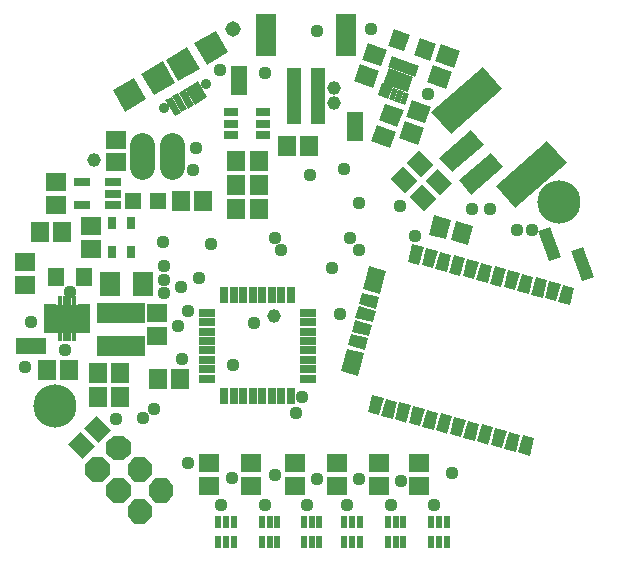
<source format=gts>
G75*
%MOIN*%
%OFA0B0*%
%FSLAX25Y25*%
%IPPOS*%
%LPD*%
%AMOC8*
5,1,8,0,0,1.08239X$1,22.5*
%
%ADD10C,0.14400*%
%ADD11R,0.06706X0.05918*%
%ADD12R,0.05918X0.06706*%
%ADD13C,0.01640*%
%ADD14R,0.05524X0.02965*%
%ADD15R,0.03950X0.05918*%
%ADD16R,0.08280X0.08280*%
%ADD17R,0.02375X0.06115*%
%ADD18C,0.03556*%
%ADD19R,0.05800X0.03000*%
%ADD20R,0.03000X0.05800*%
%ADD21R,0.05524X0.05524*%
%ADD22R,0.10643X0.04304*%
%ADD23R,0.14186X0.06312*%
%ADD24R,0.22847X0.09855*%
%ADD25R,0.04737X0.18910*%
%ADD26R,0.07099X0.14186*%
%ADD27R,0.05918X0.05721*%
%ADD28R,0.07887X0.07099*%
%ADD29R,0.03162X0.03950*%
%ADD30C,0.08200*%
%ADD31R,0.05131X0.03162*%
%ADD32R,0.03950X0.01902*%
%ADD33R,0.05524X0.08674*%
%ADD34R,0.05800X0.03300*%
%ADD35R,0.04146X0.01902*%
%ADD36R,0.07493X0.09265*%
%ADD37R,0.01784X0.03950*%
%ADD38R,0.07099X0.07887*%
%ADD39R,0.05721X0.05918*%
%ADD40R,0.03300X0.05800*%
%ADD41R,0.02178X0.03950*%
%ADD42C,0.04369*%
%ADD43C,0.05156*%
%ADD44C,0.04565*%
D10*
X0018200Y0067800D03*
X0186200Y0135800D03*
D11*
X0139700Y0048540D03*
X0139700Y0041060D03*
X0126200Y0041060D03*
X0126200Y0048540D03*
X0112200Y0048540D03*
X0112200Y0041060D03*
X0098200Y0041060D03*
X0098200Y0048540D03*
X0083700Y0048540D03*
X0083700Y0041060D03*
X0069700Y0041060D03*
X0069700Y0048540D03*
X0052200Y0091060D03*
X0052200Y0098540D03*
X0030200Y0120060D03*
X0030200Y0127540D03*
X0018444Y0134761D03*
X0018444Y0142241D03*
X0038417Y0148863D03*
X0038417Y0156343D03*
X0008200Y0115540D03*
X0008200Y0108060D03*
D12*
X0013161Y0125556D03*
X0020641Y0125556D03*
X0060204Y0136001D03*
X0067684Y0136001D03*
X0078710Y0133300D03*
X0086190Y0133300D03*
X0086190Y0141300D03*
X0078710Y0141300D03*
X0078710Y0149300D03*
X0086190Y0149300D03*
X0095460Y0154300D03*
X0102940Y0154300D03*
G36*
X0123509Y0155902D02*
X0125533Y0161462D01*
X0131833Y0159168D01*
X0129809Y0153608D01*
X0123509Y0155902D01*
G37*
G36*
X0126067Y0162932D02*
X0128091Y0168492D01*
X0134391Y0166198D01*
X0132367Y0160638D01*
X0126067Y0162932D01*
G37*
G36*
X0132759Y0157152D02*
X0134783Y0162712D01*
X0141083Y0160418D01*
X0139059Y0154858D01*
X0132759Y0157152D01*
G37*
G36*
X0135317Y0164182D02*
X0137341Y0169742D01*
X0143641Y0167448D01*
X0141617Y0161888D01*
X0135317Y0164182D01*
G37*
G36*
X0150583Y0178918D02*
X0148559Y0173358D01*
X0142259Y0175652D01*
X0144283Y0181212D01*
X0150583Y0178918D01*
G37*
G36*
X0153141Y0185948D02*
X0151117Y0180388D01*
X0144817Y0182682D01*
X0146841Y0188242D01*
X0153141Y0185948D01*
G37*
G36*
X0120567Y0183182D02*
X0122591Y0188742D01*
X0128891Y0186448D01*
X0126867Y0180888D01*
X0120567Y0183182D01*
G37*
G36*
X0118009Y0176152D02*
X0120033Y0181712D01*
X0126333Y0179418D01*
X0124309Y0173858D01*
X0118009Y0176152D01*
G37*
G36*
X0135366Y0148675D02*
X0139551Y0152860D01*
X0144292Y0148119D01*
X0140107Y0143934D01*
X0135366Y0148675D01*
G37*
G36*
X0130077Y0143386D02*
X0134262Y0147571D01*
X0139003Y0142830D01*
X0134818Y0138645D01*
X0130077Y0143386D01*
G37*
G36*
X0136395Y0137374D02*
X0140580Y0141559D01*
X0145321Y0136818D01*
X0141136Y0132633D01*
X0136395Y0137374D01*
G37*
G36*
X0141685Y0142664D02*
X0145870Y0146849D01*
X0150611Y0142108D01*
X0146426Y0137923D01*
X0141685Y0142664D01*
G37*
G36*
X0148577Y0123264D02*
X0142862Y0124796D01*
X0144597Y0131272D01*
X0150312Y0129740D01*
X0148577Y0123264D01*
G37*
G36*
X0155803Y0121328D02*
X0150088Y0122860D01*
X0151823Y0129336D01*
X0157538Y0127804D01*
X0155803Y0121328D01*
G37*
X0059940Y0076800D03*
X0052460Y0076800D03*
X0039940Y0078800D03*
X0032460Y0078800D03*
X0032460Y0070800D03*
X0039940Y0070800D03*
G36*
X0036808Y0059667D02*
X0032623Y0055482D01*
X0027882Y0060223D01*
X0032067Y0064408D01*
X0036808Y0059667D01*
G37*
G36*
X0031518Y0054377D02*
X0027333Y0050192D01*
X0022592Y0054933D01*
X0026777Y0059118D01*
X0031518Y0054377D01*
G37*
X0022940Y0079800D03*
X0015460Y0079800D03*
D13*
X0039810Y0037270D02*
X0040630Y0036450D01*
X0037912Y0036450D01*
X0035992Y0038370D01*
X0035992Y0041088D01*
X0037912Y0043008D01*
X0040630Y0043008D01*
X0042550Y0041088D01*
X0042550Y0038370D01*
X0040630Y0036450D01*
X0040120Y0037680D01*
X0038422Y0037680D01*
X0037222Y0038880D01*
X0037222Y0040578D01*
X0038422Y0041778D01*
X0040120Y0041778D01*
X0041320Y0040578D01*
X0041320Y0038880D01*
X0040120Y0037680D01*
X0039611Y0038910D01*
X0038931Y0038910D01*
X0038452Y0039389D01*
X0038452Y0040069D01*
X0038931Y0040548D01*
X0039611Y0040548D01*
X0040090Y0040069D01*
X0040090Y0039389D01*
X0039611Y0038910D01*
X0046881Y0030199D02*
X0047701Y0029379D01*
X0044983Y0029379D01*
X0043063Y0031299D01*
X0043063Y0034017D01*
X0044983Y0035937D01*
X0047701Y0035937D01*
X0049621Y0034017D01*
X0049621Y0031299D01*
X0047701Y0029379D01*
X0047191Y0030609D01*
X0045493Y0030609D01*
X0044293Y0031809D01*
X0044293Y0033507D01*
X0045493Y0034707D01*
X0047191Y0034707D01*
X0048391Y0033507D01*
X0048391Y0031809D01*
X0047191Y0030609D01*
X0046682Y0031839D01*
X0046002Y0031839D01*
X0045523Y0032318D01*
X0045523Y0032998D01*
X0046002Y0033477D01*
X0046682Y0033477D01*
X0047161Y0032998D01*
X0047161Y0032318D01*
X0046682Y0031839D01*
X0053952Y0037270D02*
X0054772Y0036450D01*
X0052054Y0036450D01*
X0050134Y0038370D01*
X0050134Y0041088D01*
X0052054Y0043008D01*
X0054772Y0043008D01*
X0056692Y0041088D01*
X0056692Y0038370D01*
X0054772Y0036450D01*
X0054262Y0037680D01*
X0052564Y0037680D01*
X0051364Y0038880D01*
X0051364Y0040578D01*
X0052564Y0041778D01*
X0054262Y0041778D01*
X0055462Y0040578D01*
X0055462Y0038880D01*
X0054262Y0037680D01*
X0053753Y0038910D01*
X0053073Y0038910D01*
X0052594Y0039389D01*
X0052594Y0040069D01*
X0053073Y0040548D01*
X0053753Y0040548D01*
X0054232Y0040069D01*
X0054232Y0039389D01*
X0053753Y0038910D01*
X0046881Y0044341D02*
X0047701Y0043521D01*
X0044983Y0043521D01*
X0043063Y0045441D01*
X0043063Y0048159D01*
X0044983Y0050079D01*
X0047701Y0050079D01*
X0049621Y0048159D01*
X0049621Y0045441D01*
X0047701Y0043521D01*
X0047191Y0044751D01*
X0045493Y0044751D01*
X0044293Y0045951D01*
X0044293Y0047649D01*
X0045493Y0048849D01*
X0047191Y0048849D01*
X0048391Y0047649D01*
X0048391Y0045951D01*
X0047191Y0044751D01*
X0046682Y0045981D01*
X0046002Y0045981D01*
X0045523Y0046460D01*
X0045523Y0047140D01*
X0046002Y0047619D01*
X0046682Y0047619D01*
X0047161Y0047140D01*
X0047161Y0046460D01*
X0046682Y0045981D01*
X0039810Y0051412D02*
X0040630Y0050592D01*
X0037912Y0050592D01*
X0035992Y0052512D01*
X0035992Y0055230D01*
X0037912Y0057150D01*
X0040630Y0057150D01*
X0042550Y0055230D01*
X0042550Y0052512D01*
X0040630Y0050592D01*
X0040120Y0051822D01*
X0038422Y0051822D01*
X0037222Y0053022D01*
X0037222Y0054720D01*
X0038422Y0055920D01*
X0040120Y0055920D01*
X0041320Y0054720D01*
X0041320Y0053022D01*
X0040120Y0051822D01*
X0039611Y0053052D01*
X0038931Y0053052D01*
X0038452Y0053531D01*
X0038452Y0054211D01*
X0038931Y0054690D01*
X0039611Y0054690D01*
X0040090Y0054211D01*
X0040090Y0053531D01*
X0039611Y0053052D01*
X0032739Y0044341D02*
X0033559Y0043521D01*
X0030841Y0043521D01*
X0028921Y0045441D01*
X0028921Y0048159D01*
X0030841Y0050079D01*
X0033559Y0050079D01*
X0035479Y0048159D01*
X0035479Y0045441D01*
X0033559Y0043521D01*
X0033049Y0044751D01*
X0031351Y0044751D01*
X0030151Y0045951D01*
X0030151Y0047649D01*
X0031351Y0048849D01*
X0033049Y0048849D01*
X0034249Y0047649D01*
X0034249Y0045951D01*
X0033049Y0044751D01*
X0032540Y0045981D01*
X0031860Y0045981D01*
X0031381Y0046460D01*
X0031381Y0047140D01*
X0031860Y0047619D01*
X0032540Y0047619D01*
X0033019Y0047140D01*
X0033019Y0046460D01*
X0032540Y0045981D01*
D14*
X0037563Y0134761D03*
X0037563Y0138501D03*
X0037563Y0142241D03*
X0027326Y0142241D03*
X0027326Y0134761D03*
D15*
G36*
X0114615Y0083015D02*
X0115637Y0086829D01*
X0121353Y0085297D01*
X0120331Y0081483D01*
X0114615Y0083015D01*
G37*
G36*
X0113596Y0079212D02*
X0114618Y0083026D01*
X0120334Y0081494D01*
X0119312Y0077680D01*
X0113596Y0079212D01*
G37*
G36*
X0115940Y0087959D02*
X0116962Y0091773D01*
X0122678Y0090241D01*
X0121656Y0086427D01*
X0115940Y0087959D01*
G37*
G36*
X0117163Y0092522D02*
X0118185Y0096336D01*
X0123901Y0094804D01*
X0122879Y0090990D01*
X0117163Y0092522D01*
G37*
G36*
X0118386Y0097085D02*
X0119408Y0100899D01*
X0125124Y0099367D01*
X0124102Y0095553D01*
X0118386Y0097085D01*
G37*
G36*
X0119608Y0101649D02*
X0120630Y0105463D01*
X0126346Y0103931D01*
X0125324Y0100117D01*
X0119608Y0101649D01*
G37*
G36*
X0120933Y0106593D02*
X0121955Y0110407D01*
X0127671Y0108875D01*
X0126649Y0105061D01*
X0120933Y0106593D01*
G37*
G36*
X0121952Y0110395D02*
X0122974Y0114209D01*
X0128690Y0112677D01*
X0127668Y0108863D01*
X0121952Y0110395D01*
G37*
G36*
X0139657Y0114821D02*
X0135843Y0115843D01*
X0137375Y0121559D01*
X0141189Y0120537D01*
X0139657Y0114821D01*
G37*
G36*
X0144221Y0113599D02*
X0140407Y0114621D01*
X0141939Y0120337D01*
X0145753Y0119315D01*
X0144221Y0113599D01*
G37*
G36*
X0148784Y0112376D02*
X0144970Y0113398D01*
X0146502Y0119114D01*
X0150316Y0118092D01*
X0148784Y0112376D01*
G37*
G36*
X0153348Y0111153D02*
X0149534Y0112175D01*
X0151066Y0117891D01*
X0154880Y0116869D01*
X0153348Y0111153D01*
G37*
G36*
X0157911Y0109930D02*
X0154097Y0110952D01*
X0155629Y0116668D01*
X0159443Y0115646D01*
X0157911Y0109930D01*
G37*
G36*
X0162475Y0108708D02*
X0158661Y0109730D01*
X0160193Y0115446D01*
X0164007Y0114424D01*
X0162475Y0108708D01*
G37*
G36*
X0167038Y0107485D02*
X0163224Y0108507D01*
X0164756Y0114223D01*
X0168570Y0113201D01*
X0167038Y0107485D01*
G37*
G36*
X0171601Y0106262D02*
X0167787Y0107284D01*
X0169319Y0113000D01*
X0173133Y0111978D01*
X0171601Y0106262D01*
G37*
G36*
X0176165Y0105039D02*
X0172351Y0106061D01*
X0173883Y0111777D01*
X0177697Y0110755D01*
X0176165Y0105039D01*
G37*
G36*
X0180728Y0103817D02*
X0176914Y0104839D01*
X0178446Y0110555D01*
X0182260Y0109533D01*
X0180728Y0103817D01*
G37*
G36*
X0185292Y0102594D02*
X0181478Y0103616D01*
X0183010Y0109332D01*
X0186824Y0108310D01*
X0185292Y0102594D01*
G37*
G36*
X0189855Y0101371D02*
X0186041Y0102393D01*
X0187573Y0108109D01*
X0191387Y0107087D01*
X0189855Y0101371D01*
G37*
G36*
X0149024Y0058510D02*
X0145210Y0059532D01*
X0146742Y0065248D01*
X0150556Y0064226D01*
X0149024Y0058510D01*
G37*
G36*
X0153587Y0057287D02*
X0149773Y0058309D01*
X0151305Y0064025D01*
X0155119Y0063003D01*
X0153587Y0057287D01*
G37*
G36*
X0158151Y0056064D02*
X0154337Y0057086D01*
X0155869Y0062802D01*
X0159683Y0061780D01*
X0158151Y0056064D01*
G37*
G36*
X0162714Y0054842D02*
X0158900Y0055864D01*
X0160432Y0061580D01*
X0164246Y0060558D01*
X0162714Y0054842D01*
G37*
G36*
X0167278Y0053619D02*
X0163464Y0054641D01*
X0164996Y0060357D01*
X0168810Y0059335D01*
X0167278Y0053619D01*
G37*
G36*
X0171841Y0052396D02*
X0168027Y0053418D01*
X0169559Y0059134D01*
X0173373Y0058112D01*
X0171841Y0052396D01*
G37*
G36*
X0176405Y0051173D02*
X0172591Y0052195D01*
X0174123Y0057911D01*
X0177937Y0056889D01*
X0176405Y0051173D01*
G37*
G36*
X0144461Y0059733D02*
X0140647Y0060755D01*
X0142179Y0066471D01*
X0145993Y0065449D01*
X0144461Y0059733D01*
G37*
G36*
X0139897Y0060955D02*
X0136083Y0061977D01*
X0137615Y0067693D01*
X0141429Y0066671D01*
X0139897Y0060955D01*
G37*
G36*
X0135334Y0062178D02*
X0131520Y0063200D01*
X0133052Y0068916D01*
X0136866Y0067894D01*
X0135334Y0062178D01*
G37*
G36*
X0130770Y0063401D02*
X0126956Y0064423D01*
X0128488Y0070139D01*
X0132302Y0069117D01*
X0130770Y0063401D01*
G37*
G36*
X0126207Y0064624D02*
X0122393Y0065646D01*
X0123925Y0071362D01*
X0127739Y0070340D01*
X0126207Y0064624D01*
G37*
D16*
G36*
X0037407Y0172941D02*
X0044577Y0177081D01*
X0048717Y0169911D01*
X0041547Y0165771D01*
X0037407Y0172941D01*
G37*
G36*
X0046954Y0178453D02*
X0054124Y0182593D01*
X0058264Y0175423D01*
X0051094Y0171283D01*
X0046954Y0178453D01*
G37*
G36*
X0055136Y0183177D02*
X0062306Y0187317D01*
X0066446Y0180147D01*
X0059276Y0176007D01*
X0055136Y0183177D01*
G37*
G36*
X0064683Y0188689D02*
X0071853Y0192829D01*
X0075993Y0185659D01*
X0068823Y0181519D01*
X0064683Y0188689D01*
G37*
D17*
G36*
X0063891Y0174706D02*
X0065947Y0175893D01*
X0069003Y0170600D01*
X0066947Y0169413D01*
X0063891Y0174706D01*
G37*
G36*
X0061675Y0173427D02*
X0063731Y0174614D01*
X0066787Y0169321D01*
X0064731Y0168134D01*
X0061675Y0173427D01*
G37*
G36*
X0059459Y0172147D02*
X0061515Y0173334D01*
X0064571Y0168041D01*
X0062515Y0166854D01*
X0059459Y0172147D01*
G37*
G36*
X0057243Y0170868D02*
X0059299Y0172055D01*
X0062355Y0166762D01*
X0060299Y0165575D01*
X0057243Y0170868D01*
G37*
G36*
X0055027Y0169588D02*
X0057083Y0170775D01*
X0060139Y0165482D01*
X0058083Y0164295D01*
X0055027Y0169588D01*
G37*
D18*
X0054448Y0166862D03*
X0068598Y0175031D03*
D19*
X0068800Y0098824D03*
X0068800Y0095674D03*
X0068800Y0092524D03*
X0068800Y0089375D03*
X0068800Y0086225D03*
X0068800Y0083076D03*
X0068800Y0079926D03*
X0068800Y0076776D03*
X0102600Y0076776D03*
X0102600Y0079926D03*
X0102600Y0083076D03*
X0102600Y0086225D03*
X0102600Y0089375D03*
X0102600Y0092524D03*
X0102600Y0095674D03*
X0102600Y0098824D03*
D20*
X0096724Y0104700D03*
X0093574Y0104700D03*
X0090424Y0104700D03*
X0087275Y0104700D03*
X0084125Y0104700D03*
X0080976Y0104700D03*
X0077826Y0104700D03*
X0074676Y0104700D03*
X0074676Y0070900D03*
X0077826Y0070900D03*
X0080976Y0070900D03*
X0084125Y0070900D03*
X0087275Y0070900D03*
X0090424Y0070900D03*
X0093574Y0070900D03*
X0096724Y0070900D03*
D21*
X0052578Y0136001D03*
X0044310Y0136001D03*
D22*
G36*
X0183376Y0127365D02*
X0187016Y0117365D01*
X0182972Y0115893D01*
X0179332Y0125893D01*
X0183376Y0127365D01*
G37*
G36*
X0194141Y0120809D02*
X0197781Y0110809D01*
X0193737Y0109337D01*
X0190097Y0119337D01*
X0194141Y0120809D01*
G37*
D23*
G36*
X0152797Y0142873D02*
X0163502Y0152179D01*
X0167643Y0147415D01*
X0156938Y0138109D01*
X0152797Y0142873D01*
G37*
G36*
X0146339Y0150301D02*
X0157044Y0159607D01*
X0161185Y0154843D01*
X0150480Y0145537D01*
X0146339Y0150301D01*
G37*
D24*
G36*
X0143649Y0165699D02*
X0160890Y0180686D01*
X0167355Y0173249D01*
X0150114Y0158262D01*
X0143649Y0165699D01*
G37*
G36*
X0165139Y0140977D02*
X0182380Y0155964D01*
X0188845Y0148527D01*
X0171604Y0133540D01*
X0165139Y0140977D01*
G37*
D25*
X0105924Y0170932D03*
X0098050Y0170932D03*
D26*
X0088602Y0191404D03*
X0115373Y0191404D03*
D27*
G36*
X0136552Y0191434D02*
X0134528Y0185874D01*
X0129154Y0187830D01*
X0131178Y0193390D01*
X0136552Y0191434D01*
G37*
G36*
X0145246Y0188270D02*
X0143222Y0182710D01*
X0137848Y0184666D01*
X0139872Y0190226D01*
X0145246Y0188270D01*
G37*
D28*
X0044200Y0098812D03*
X0036200Y0098812D03*
X0036200Y0087788D03*
X0044200Y0087788D03*
D29*
X0043700Y0118879D03*
X0037200Y0118934D03*
X0037200Y0128776D03*
X0043700Y0128721D03*
D30*
X0047318Y0147313D02*
X0047318Y0154713D01*
X0057318Y0154713D02*
X0057318Y0147313D01*
D31*
X0076885Y0158060D03*
X0076885Y0161800D03*
X0076885Y0165540D03*
X0087515Y0165540D03*
X0087515Y0161800D03*
X0087515Y0158060D03*
D32*
G36*
X0125748Y0171492D02*
X0127099Y0175203D01*
X0128886Y0174552D01*
X0127535Y0170841D01*
X0125748Y0171492D01*
G37*
G36*
X0127598Y0170819D02*
X0128949Y0174530D01*
X0130736Y0173879D01*
X0129385Y0170168D01*
X0127598Y0170819D01*
G37*
G36*
X0129448Y0170146D02*
X0130799Y0173857D01*
X0132586Y0173206D01*
X0131235Y0169495D01*
X0129448Y0170146D01*
G37*
G36*
X0131298Y0169472D02*
X0132649Y0173183D01*
X0134436Y0172532D01*
X0133085Y0168821D01*
X0131298Y0169472D01*
G37*
G36*
X0133147Y0168799D02*
X0134498Y0172510D01*
X0136285Y0171859D01*
X0134934Y0168148D01*
X0133147Y0168799D01*
G37*
G36*
X0136514Y0178048D02*
X0137865Y0181759D01*
X0139652Y0181108D01*
X0138301Y0177397D01*
X0136514Y0178048D01*
G37*
G36*
X0134664Y0178721D02*
X0136015Y0182432D01*
X0137802Y0181781D01*
X0136451Y0178070D01*
X0134664Y0178721D01*
G37*
G36*
X0132814Y0179394D02*
X0134165Y0183105D01*
X0135952Y0182454D01*
X0134601Y0178743D01*
X0132814Y0179394D01*
G37*
G36*
X0130964Y0180068D02*
X0132315Y0183779D01*
X0134102Y0183128D01*
X0132751Y0179417D01*
X0130964Y0180068D01*
G37*
G36*
X0129115Y0180741D02*
X0130466Y0184452D01*
X0132253Y0183801D01*
X0130902Y0180090D01*
X0129115Y0180741D01*
G37*
D33*
G36*
X0127680Y0175188D02*
X0129570Y0180378D01*
X0137720Y0177412D01*
X0135830Y0172222D01*
X0127680Y0175188D01*
G37*
D34*
X0118200Y0164000D03*
X0118200Y0160800D03*
X0118200Y0157600D03*
X0079700Y0173100D03*
X0079700Y0176300D03*
X0079700Y0179500D03*
D35*
X0028007Y0100737D03*
X0028007Y0098769D03*
X0028007Y0096800D03*
X0028007Y0094831D03*
X0028007Y0092863D03*
X0016393Y0092863D03*
X0016393Y0094831D03*
X0016393Y0096800D03*
X0016393Y0098769D03*
X0016393Y0100737D03*
D36*
X0022200Y0096800D03*
D37*
X0021413Y0091387D03*
X0022987Y0091387D03*
X0024562Y0091387D03*
X0019838Y0091387D03*
X0019838Y0102213D03*
X0021413Y0102213D03*
X0022987Y0102213D03*
X0024562Y0102213D03*
D38*
X0036688Y0108300D03*
X0047712Y0108300D03*
D39*
X0027826Y0110800D03*
X0018574Y0110800D03*
D40*
X0013400Y0087800D03*
X0010200Y0087800D03*
X0007000Y0087800D03*
D41*
X0072720Y0029146D03*
X0075279Y0029146D03*
X0077838Y0029146D03*
X0077838Y0022454D03*
X0075279Y0022454D03*
X0072720Y0022454D03*
X0087220Y0022454D03*
X0089779Y0022454D03*
X0092338Y0022454D03*
X0092338Y0029146D03*
X0089779Y0029146D03*
X0087220Y0029146D03*
X0101220Y0029146D03*
X0103779Y0029146D03*
X0106338Y0029146D03*
X0106338Y0022454D03*
X0103779Y0022454D03*
X0101220Y0022454D03*
X0114720Y0022454D03*
X0117279Y0022454D03*
X0119838Y0022454D03*
X0119838Y0029146D03*
X0117279Y0029146D03*
X0114720Y0029146D03*
X0129220Y0029146D03*
X0131779Y0029146D03*
X0134338Y0029146D03*
X0134338Y0022454D03*
X0131779Y0022454D03*
X0129220Y0022454D03*
X0143720Y0022454D03*
X0146279Y0022454D03*
X0148838Y0022454D03*
X0148838Y0029146D03*
X0146279Y0029146D03*
X0143720Y0029146D03*
D42*
X0144450Y0034800D03*
X0150700Y0045300D03*
X0133700Y0042800D03*
X0130200Y0034800D03*
X0119450Y0043300D03*
X0115700Y0034800D03*
X0105700Y0043300D03*
X0102200Y0034800D03*
X0091700Y0044800D03*
X0088200Y0034800D03*
X0077200Y0043800D03*
X0073700Y0034800D03*
X0062700Y0048800D03*
X0047700Y0063800D03*
X0051200Y0066800D03*
X0038700Y0063300D03*
X0060700Y0083300D03*
X0059200Y0094300D03*
X0062700Y0099300D03*
X0060200Y0107300D03*
X0054700Y0105300D03*
X0054700Y0109800D03*
X0054700Y0114300D03*
X0054200Y0122300D03*
X0066200Y0110300D03*
X0070200Y0121800D03*
X0091700Y0123800D03*
X0093700Y0119800D03*
X0110700Y0113800D03*
X0119700Y0119800D03*
X0116700Y0123800D03*
X0119450Y0135300D03*
X0114700Y0146800D03*
X0103200Y0144800D03*
X0133200Y0134300D03*
X0138200Y0124300D03*
X0157200Y0133300D03*
X0163200Y0133300D03*
X0172200Y0126300D03*
X0177200Y0126300D03*
X0142700Y0171800D03*
X0123700Y0193300D03*
X0105700Y0192800D03*
X0088200Y0178800D03*
X0073200Y0179800D03*
X0065200Y0153800D03*
X0064200Y0146300D03*
X0023200Y0105800D03*
X0010200Y0095800D03*
X0021700Y0086300D03*
X0008200Y0080800D03*
X0077700Y0081300D03*
X0084700Y0095300D03*
X0113200Y0098300D03*
X0100700Y0070800D03*
X0098700Y0065300D03*
D43*
X0077700Y0193300D03*
D44*
X0111200Y0173800D03*
X0111200Y0168800D03*
X0091200Y0097800D03*
X0031200Y0149800D03*
M02*

</source>
